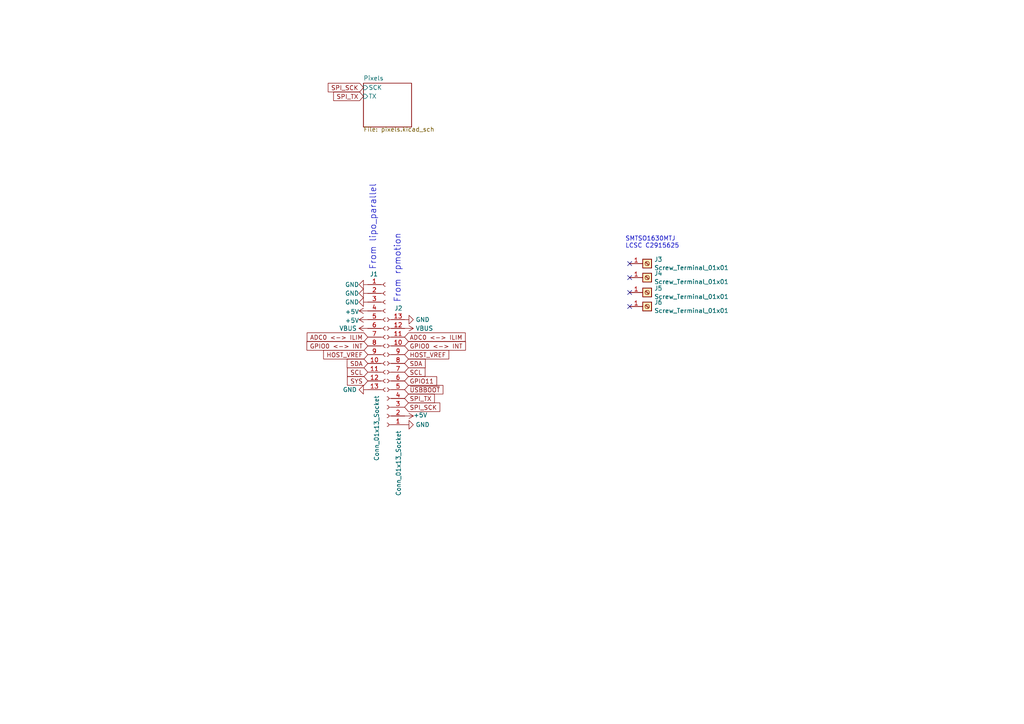
<source format=kicad_sch>
(kicad_sch (version 20231120) (generator "eeschema") (generator_version "8.0")
  (paper "A4")
  (lib_symbols
    (symbol "Connector:Conn_01x13_Socket" (pin_names (offset 1.016) hide)
      (property "Reference" "J" (at 0 17.78 0))
      (property "Value" "Conn_01x13_Socket" (at 0 -17.78 0))
      (symbol "Conn_01x13_Socket_1_1"
        (arc (start 0 -14.732) (mid -0.5058 -15.24) (end 0 -15.748) (stroke (width 0.1524)))
        (arc (start 0 -12.192) (mid -0.5058 -12.7) (end 0 -13.208) (stroke (width 0.1524)))
        (arc (start 0 -9.652) (mid -0.5058 -10.16) (end 0 -10.668) (stroke (width 0.1524)))
        (arc (start 0 -7.112) (mid -0.5058 -7.62) (end 0 -8.128) (stroke (width 0.1524)))
        (arc (start 0 -4.572) (mid -0.5058 -5.08) (end 0 -5.588) (stroke (width 0.1524)))
        (arc (start 0 -2.032) (mid -0.5058 -2.54) (end 0 -3.048) (stroke (width 0.1524)))
        (polyline (pts (xy -1.27 -15.24) (xy -0.508 -15.24)) (stroke (width 0.1524)))
        (polyline (pts (xy -1.27 -12.7) (xy -0.508 -12.7)) (stroke (width 0.1524)))
        (polyline (pts (xy -1.27 -10.16) (xy -0.508 -10.16)) (stroke (width 0.1524)))
        (polyline (pts (xy -1.27 -7.62) (xy -0.508 -7.62)) (stroke (width 0.1524)))
        (polyline (pts (xy -1.27 -5.08) (xy -0.508 -5.08)) (stroke (width 0.1524)))
        (polyline (pts (xy -1.27 -2.54) (xy -0.508 -2.54)) (stroke (width 0.1524)))
        (polyline (pts (xy -1.27 0) (xy -0.508 0)) (stroke (width 0.1524)))
        (polyline (pts (xy -1.27 2.54) (xy -0.508 2.54)) (stroke (width 0.1524)))
        (polyline (pts (xy -1.27 5.08) (xy -0.508 5.08)) (stroke (width 0.1524)))
        (polyline (pts (xy -1.27 7.62) (xy -0.508 7.62)) (stroke (width 0.1524)))
        (polyline (pts (xy -1.27 10.16) (xy -0.508 10.16)) (stroke (width 0.1524)))
        (polyline (pts (xy -1.27 12.7) (xy -0.508 12.7)) (stroke (width 0.1524)))
        (polyline (pts (xy -1.27 15.24) (xy -0.508 15.24)) (stroke (width 0.1524)))
        (arc (start 0 0.508) (mid -0.5058 0) (end 0 -0.508) (stroke (width 0.1524)))
        (arc (start 0 3.048) (mid -0.5058 2.54) (end 0 2.032) (stroke (width 0.1524)))
        (arc (start 0 5.588) (mid -0.5058 5.08) (end 0 4.572) (stroke (width 0.1524)))
        (arc (start 0 8.128) (mid -0.5058 7.62) (end 0 7.112) (stroke (width 0.1524)))
        (arc (start 0 10.668) (mid -0.5058 10.16) (end 0 9.652) (stroke (width 0.1524)))
        (arc (start 0 13.208) (mid -0.5058 12.7) (end 0 12.192) (stroke (width 0.1524)))
        (arc (start 0 15.748) (mid -0.5058 15.24) (end 0 14.732) (stroke (width 0.1524)))
        (pin passive line (at -5.08 15.24 0) (length 3.81) (name "Pin_1") (number "1"))
        (pin passive line (at -5.08 -7.62 0) (length 3.81) (name "Pin_10") (number "10"))
        (pin passive line (at -5.08 -10.16 0) (length 3.81) (name "Pin_11") (number "11"))
        (pin passive line (at -5.08 -12.7 0) (length 3.81) (name "Pin_12") (number "12"))
        (pin passive line (at -5.08 -15.24 0) (length 3.81) (name "Pin_13") (number "13"))
        (pin passive line (at -5.08 12.7 0) (length 3.81) (name "Pin_2") (number "2"))
        (pin passive line (at -5.08 10.16 0) (length 3.81) (name "Pin_3") (number "3"))
        (pin passive line (at -5.08 7.62 0) (length 3.81) (name "Pin_4") (number "4"))
        (pin passive line (at -5.08 5.08 0) (length 3.81) (name "Pin_5") (number "5"))
        (pin passive line (at -5.08 2.54 0) (length 3.81) (name "Pin_6") (number "6"))
        (pin passive line (at -5.08 0 0) (length 3.81) (name "Pin_7") (number "7"))
        (pin passive line (at -5.08 -2.54 0) (length 3.81) (name "Pin_8") (number "8"))
        (pin passive line (at -5.08 -5.08 0) (length 3.81) (name "Pin_9") (number "9"))
      )
    )
    (symbol "Connector:Screw_Terminal_01x01" (pin_names (offset 1.016) hide)
      (property "Reference" "J" (at 0 2.54 0))
      (property "Value" "Screw_Terminal_01x01" (at 0 -2.54 0))
      (symbol "Screw_Terminal_01x01_1_1"
        (rectangle (start -1.27 1.27) (end 1.27 -1.27) (stroke (width 0.254)) (fill (type background)))
        (polyline (pts (xy -0.5334 0.3302) (xy 0.3302 -0.508)) (stroke (width 0.1524)))
        (polyline (pts (xy -0.3556 0.508) (xy 0.508 -0.3302)) (stroke (width 0.1524)))
        (circle (center 0 0) (radius 0.635) (stroke (width 0.1524)))
        (pin passive line (at -5.08 0 0) (length 3.81) (name "Pin_1") (number "1"))
      )
    )
    (symbol "power:+5V" (power) (pin_names (offset 0))
      (property "Value" "+5V" (at 0 3.556 0))
      (symbol "+5V_0_1"
        (polyline (pts (xy -0.762 1.27) (xy 0 2.54)))
        (polyline (pts (xy 0 0) (xy 0 2.54)))
        (polyline (pts (xy 0 2.54) (xy 0.762 1.27)))
      )
      (symbol "+5V_1_1"
        (pin power_in line (at 0 0 90) (length 0) hide (name "+5V") (number "1"))
      )
    )
    (symbol "power:GND" (power) (pin_names (offset 0))
      (property "Value" "GND" (at 0 -3.81 0))
      (symbol "GND_0_1"
        (polyline (pts (xy 0 0) (xy 0 -1.27) (xy 1.27 -1.27) (xy 0 -2.54) (xy -1.27 -1.27) (xy 0 -1.27)))
      )
      (symbol "GND_1_1"
        (pin power_in line (at 0 0 270) (length 0) hide (name "GND") (number "1"))
      )
    )
    (symbol "power:VBUS" (power) (pin_names (offset 0))
      (property "Value" "VBUS" (at 0 3.81 0))
      (symbol "VBUS_0_1"
        (polyline (pts (xy -0.762 1.27) (xy 0 2.54)))
        (polyline (pts (xy 0 0) (xy 0 2.54)))
        (polyline (pts (xy 0 2.54) (xy 0.762 1.27)))
      )
      (symbol "VBUS_1_1"
        (pin power_in line (at 0 0 90) (length 0) hide (name "VBUS") (number "1"))
      )
    )
  )
  (no_connect (at 182.626 76.454))
  (no_connect (at 182.626 84.836))
  (no_connect (at 182.626 88.9))
  (no_connect (at 182.626 80.518))
  (text "From rpmotion" (at 116.332 87.884 90) (effects (font (size 1.8 1.8)) (justify left bottom)))
  (text "SMTSO1630MTJ\nLCSC C2915625" (at 181.356 72.136 0) (effects (font (size 1.27 1.27)) (justify left bottom)))
  (text "From lipo_parallel" (at 109.22 53.34 90) (effects (font (size 1.8 1.8)) (justify right bottom)))
  (global_label "ADC0 <-> ILIM" (shape input) (at 106.68 97.79 180) (property "Intersheetrefs" "${INTERSHEET_REFS}" (effects (hide yes))))
  (global_label "SPI_SCK" (shape input) (at 105.41 25.4 180) (property "Intersheetrefs" "${INTERSHEET_REFS}" (effects (hide yes))))
  (global_label "SYS" (shape input) (at 106.68 110.49 180) (property "Intersheetrefs" "${INTERSHEET_REFS}" (effects (hide yes))))
  (global_label "HOST_VREF" (shape input) (at 117.348 102.87 0) (property "Intersheetrefs" "${INTERSHEET_REFS}" (effects (hide yes))))
  (global_label "SDA" (shape input) (at 117.348 105.41 0) (property "Intersheetrefs" "${INTERSHEET_REFS}" (effects (hide yes))))
  (global_label "SDA" (shape input) (at 106.68 105.41 180) (property "Intersheetrefs" "${INTERSHEET_REFS}" (effects (hide yes))))
  (global_label "GPIO0 <-> INT" (shape input) (at 117.348 100.33 0) (property "Intersheetrefs" "${INTERSHEET_REFS}" (effects (hide yes))))
  (global_label "SPI_SCK" (shape input) (at 117.348 118.11 0) (property "Intersheetrefs" "${INTERSHEET_REFS}" (effects (hide yes))))
  (global_label "HOST_VREF" (shape input) (at 106.68 102.87 180) (property "Intersheetrefs" "${INTERSHEET_REFS}" (effects (hide yes))))
  (global_label "GPIO11" (shape input) (at 117.348 110.49 0) (property "Intersheetrefs" "${INTERSHEET_REFS}" (effects (hide yes))))
  (global_label "SCL" (shape input) (at 117.348 107.95 0) (property "Intersheetrefs" "${INTERSHEET_REFS}" (effects (hide yes))))
  (global_label "ADC0 <-> ILIM" (shape input) (at 117.348 97.79 0) (property "Intersheetrefs" "${INTERSHEET_REFS}" (effects (hide yes))))
  (global_label "SCL" (shape input) (at 106.68 107.95 180) (property "Intersheetrefs" "${INTERSHEET_REFS}" (effects (hide yes))))
  (global_label "~{USBBOOT}" (shape input) (at 117.348 113.03 0) (property "Intersheetrefs" "${INTERSHEET_REFS}" (effects (hide yes))))
  (global_label "GPIO0 <-> INT" (shape input) (at 106.68 100.33 180) (property "Intersheetrefs" "${INTERSHEET_REFS}" (effects (hide yes))))
  (global_label "SPI_TX" (shape input) (at 117.348 115.57 0) (property "Intersheetrefs" "${INTERSHEET_REFS}" (effects (hide yes))))
  (global_label "SPI_TX" (shape input) (at 105.41 27.94 180) (property "Intersheetrefs" "${INTERSHEET_REFS}" (effects (hide yes))))
  (symbol (lib_id "Connector:Screw_Terminal_01x01") (at 187.706 88.9 0) (unit 1)
    (property "Reference" "J6" (at 189.738 87.6879 0) (effects (justify left)))
    (property "Value" "Screw_Terminal_01x01" (at 189.738 90.1121 0) (effects (justify left)))
    (property "Footprint" "motionhexa:SMTSO16" (effects (hide yes)))
    (property "Designation" "SMTSO1630MTJ" (effects (hide yes)))
    (property "LCSC" "C2915625" (effects (hide yes)))
  )
  (symbol (lib_id "Connector:Conn_01x13_Socket") (at 111.76 97.79 0) (unit 1) (in_bom no)
    (property "Reference" "J1" (at 108.458 79.502 0))
    (property "Value" "Conn_01x13_Socket" (at 109.22 124.206 90))
    (property "Footprint" "motionhexa:lipoparallel_pads" (effects (hide yes)))
  )
  (symbol (lib_id "power:GND") (at 117.348 92.71 90) (unit 1)
    (property "Reference" "#PWR07" (effects (hide yes)))
    (property "Value" "GND" (at 120.523 92.71 90) (effects (justify right)))
  )
  (symbol (lib_id "power:GND") (at 106.68 82.55 270) (unit 1)
    (property "Reference" "#PWR013" (effects (hide yes)))
    (property "Value" "GND" (at 102.108 82.55 90))
  )
  (symbol (lib_id "Connector:Screw_Terminal_01x01") (at 187.706 80.518 0) (unit 1)
    (property "Reference" "J4" (at 189.738 79.3059 0) (effects (justify left)))
    (property "Value" "Screw_Terminal_01x01" (at 189.738 81.7301 0) (effects (justify left)))
    (property "Footprint" "motionhexa:SMTSO16" (effects (hide yes)))
    (property "Designation" "SMTSO1630MTJ" (effects (hide yes)))
    (property "LCSC" "C2915625" (effects (hide yes)))
  )
  (symbol (lib_id "power:VBUS") (at 106.68 95.25 90) (unit 1)
    (property "Reference" "#PWR010" (effects (hide yes)))
    (property "Value" "VBUS" (at 103.505 95.25 90) (effects (justify left)))
  )
  (symbol (lib_id "power:GND") (at 117.348 123.19 90) (unit 1)
    (property "Reference" "#PWR02" (effects (hide yes)))
    (property "Value" "GND" (at 120.523 123.19 90) (effects (justify right)))
  )
  (symbol (lib_id "Connector:Conn_01x13_Socket") (at 112.268 107.95 180) (unit 1) (in_bom no)
    (property "Reference" "J2" (at 115.57 89.408 0))
    (property "Value" "Conn_01x13_Socket" (at 115.57 134.366 90))
    (property "Footprint" "motionhexa:rpmotion_pads" (effects (hide yes)))
  )
  (symbol (lib_id "power:GND") (at 106.68 85.09 270) (unit 1)
    (property "Reference" "#PWR012" (effects (hide yes)))
    (property "Value" "GND" (at 102.108 85.09 90))
  )
  (symbol (lib_id "power:GND") (at 106.68 113.03 270) (unit 1)
    (property "Reference" "#PWR05" (effects (hide yes)))
    (property "Value" "GND" (at 103.5051 113.03 90) (effects (justify right)))
  )
  (symbol (lib_id "power:+5V") (at 117.348 120.65 270) (unit 1)
    (property "Reference" "#PWR01" (effects (hide yes)))
    (property "Value" "+5V" (at 121.92 120.396 90))
  )
  (symbol (lib_id "Connector:Screw_Terminal_01x01") (at 187.706 76.454 0) (unit 1)
    (property "Reference" "J3" (at 189.738 75.2419 0) (effects (justify left)))
    (property "Value" "Screw_Terminal_01x01" (at 189.738 77.6661 0) (effects (justify left)))
    (property "Footprint" "motionhexa:SMTSO16" (effects (hide yes)))
    (property "Designation" "SMTSO1630MTJ" (effects (hide yes)))
    (property "LCSC" "C2915625" (effects (hide yes)))
  )
  (symbol (lib_id "power:GND") (at 106.68 87.63 270) (unit 1)
    (property "Reference" "#PWR011" (effects (hide yes)))
    (property "Value" "GND" (at 102.108 87.63 90))
  )
  (symbol (lib_id "power:VBUS") (at 117.348 95.25 270) (unit 1)
    (property "Reference" "#PWR08" (effects (hide yes)))
    (property "Value" "VBUS" (at 120.523 95.25 90) (effects (justify left)))
  )
  (symbol (lib_id "Connector:Screw_Terminal_01x01") (at 187.706 84.836 0) (unit 1)
    (property "Reference" "J5" (at 189.738 83.6239 0) (effects (justify left)))
    (property "Value" "Screw_Terminal_01x01" (at 189.738 86.0481 0) (effects (justify left)))
    (property "Footprint" "motionhexa:SMTSO16" (effects (hide yes)))
    (property "Designation" "SMTSO1630MTJ" (effects (hide yes)))
    (property "LCSC" "C2915625" (effects (hide yes)))
  )
  (symbol (lib_id "power:+5V") (at 106.68 90.17 90) (unit 1)
    (property "Reference" "#PWR06" (effects (hide yes)))
    (property "Value" "+5V" (at 102.108 90.424 90))
  )
  (symbol (lib_id "power:+5V") (at 106.68 92.71 90) (unit 1)
    (property "Reference" "#PWR09" (effects (hide yes)))
    (property "Value" "+5V" (at 102.108 92.964 90))
  )
  (sheet (at 105.41 24.13) (size 13.97 12.7) (stroke (width 0.1524))
    (property "Sheetname" "Pixels" (at 105.41 23.4184 0) (effects (justify left bottom)))
    (property "Sheetfile" "pixels.kicad_sch" (at 105.41 36.7796 0) (effects (justify left top)))
    (pin "SCK" input (at 105.41 25.4 180))
    (pin "TX" input (at 105.41 27.94 180))
  )
)
</source>
